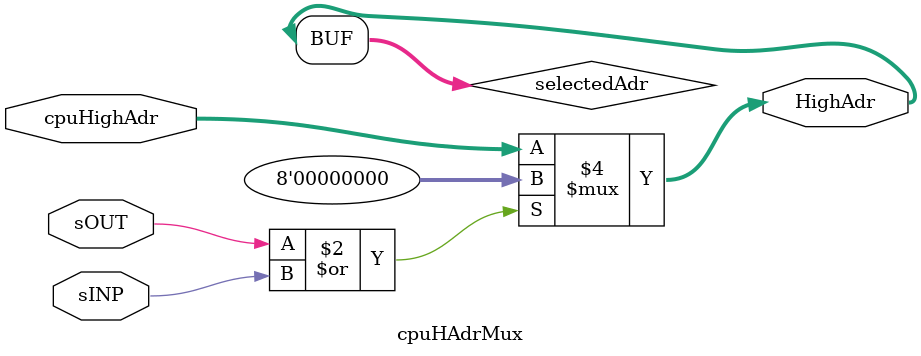
<source format=v>
/********************************************************************
*   FILE:   cpuHAdrMux.v      Ver 0.1         Oct. 27, 2022         *
*                                                                   *
********************************************************************/

module cpuHAdrMux
    (
    input [7:0] cpuHighAdr,
    input   sOUT,
    input   sINP,   
    output wire [7:0] HighAdr
    );
    
reg [7:0] selectedAdr;

always @* begin
    if (sOUT | sINP)
        selectedAdr <= 8'b0;
    else
        selectedAdr <= cpuHighAdr;  
    end
    
    assign HighAdr = selectedAdr;
    
endmodule

</source>
